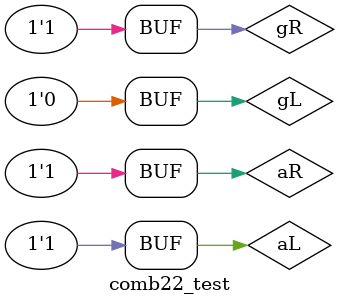
<source format=v>
`timescale 1ns / 1ps


module comb22_test;

	// Inputs
	reg gL;
	reg aL;
	reg gR;
	reg aR;

	// Outputs
	wire gout;
	wire aout;

	// Instantiate the Unit Under Test (UUT)
	comb22 uut (
		.gL(gL), 
		.aL(aL), 
		.gR(gR), 
		.aR(aR), 
		.gout(gout), 
		.aout(aout)
	);

	initial begin
		// Initialize Inputs
		gL = 0;
		aL = 0;
		gR = 0;
		aR = 0;

		// Wait 100 ns for global reset to finish
		#100;
        
		// Add stimulus here
		aL = 1;
		aR = 1;
		gL = 0;
		gR = 0;
		
		#50;
		gR = 1;
		
	end
      
endmodule


</source>
